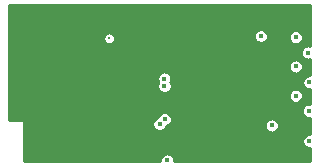
<source format=gbr>
G04 #@! TF.GenerationSoftware,KiCad,Pcbnew,(5.1.5-0-10_14)*
G04 #@! TF.CreationDate,2020-08-21T21:41:28-04:00*
G04 #@! TF.ProjectId,ESLO,45534c4f-2e6b-4696-9361-645f70636258,rev?*
G04 #@! TF.SameCoordinates,Original*
G04 #@! TF.FileFunction,Copper,L2,Inr*
G04 #@! TF.FilePolarity,Positive*
%FSLAX46Y46*%
G04 Gerber Fmt 4.6, Leading zero omitted, Abs format (unit mm)*
G04 Created by KiCad (PCBNEW (5.1.5-0-10_14)) date 2020-08-21 21:41:28*
%MOMM*%
%LPD*%
G04 APERTURE LIST*
%ADD10C,0.254000*%
%ADD11C,0.450000*%
%ADD12C,0.250000*%
G04 APERTURE END LIST*
D10*
X153600000Y-103200000D03*
D11*
X158500000Y-113525000D03*
X158300000Y-110024992D03*
X158275000Y-106600000D03*
X158278272Y-107239683D03*
X157864812Y-110463068D03*
X146800000Y-102800000D03*
D10*
X153600000Y-104200000D03*
D11*
X146800000Y-103800000D03*
X146800000Y-104800000D03*
X146800000Y-106400000D03*
X146800000Y-107400000D03*
X146800000Y-108400000D03*
X146800000Y-109400000D03*
X146800000Y-112400000D03*
X147800000Y-112400000D03*
X148800000Y-112400000D03*
X147700000Y-102200000D03*
X147700000Y-101200000D03*
X149800000Y-107400000D03*
X149800000Y-108400000D03*
X148800000Y-108400000D03*
X147800000Y-108400000D03*
X147800000Y-107400000D03*
X148800000Y-107400000D03*
X147600000Y-104400000D03*
X160266369Y-110962220D03*
X150725000Y-101150000D03*
X151700000Y-113300000D03*
X166450000Y-103000006D03*
X169400000Y-103100000D03*
X170425000Y-104400000D03*
X169400000Y-105575000D03*
X170550000Y-106925000D03*
X169400000Y-108050000D03*
X170500000Y-109325000D03*
X167370592Y-110573006D03*
X170550000Y-111900000D03*
D12*
G36*
X170600000Y-103823055D02*
G01*
X170484095Y-103800000D01*
X170365905Y-103800000D01*
X170249986Y-103823058D01*
X170140793Y-103868287D01*
X170042522Y-103933950D01*
X169958950Y-104017522D01*
X169893287Y-104115793D01*
X169848058Y-104224986D01*
X169825000Y-104340905D01*
X169825000Y-104459095D01*
X169848058Y-104575014D01*
X169893287Y-104684207D01*
X169958950Y-104782478D01*
X170042522Y-104866050D01*
X170140793Y-104931713D01*
X170249986Y-104976942D01*
X170365905Y-105000000D01*
X170484095Y-105000000D01*
X170600000Y-104976945D01*
X170600000Y-106325000D01*
X170490905Y-106325000D01*
X170374986Y-106348058D01*
X170265793Y-106393287D01*
X170167522Y-106458950D01*
X170083950Y-106542522D01*
X170018287Y-106640793D01*
X169973058Y-106749986D01*
X169950000Y-106865905D01*
X169950000Y-106984095D01*
X169973058Y-107100014D01*
X170018287Y-107209207D01*
X170083950Y-107307478D01*
X170167522Y-107391050D01*
X170265793Y-107456713D01*
X170374986Y-107501942D01*
X170490905Y-107525000D01*
X170600001Y-107525000D01*
X170600001Y-108733137D01*
X170559095Y-108725000D01*
X170440905Y-108725000D01*
X170324986Y-108748058D01*
X170215793Y-108793287D01*
X170117522Y-108858950D01*
X170033950Y-108942522D01*
X169968287Y-109040793D01*
X169923058Y-109149986D01*
X169900000Y-109265905D01*
X169900000Y-109384095D01*
X169923058Y-109500014D01*
X169968287Y-109609207D01*
X170033950Y-109707478D01*
X170117522Y-109791050D01*
X170215793Y-109856713D01*
X170324986Y-109901942D01*
X170440905Y-109925000D01*
X170559095Y-109925000D01*
X170600001Y-109916863D01*
X170600001Y-111300000D01*
X170490905Y-111300000D01*
X170374986Y-111323058D01*
X170265793Y-111368287D01*
X170167522Y-111433950D01*
X170083950Y-111517522D01*
X170018287Y-111615793D01*
X169973058Y-111724986D01*
X169950000Y-111840905D01*
X169950000Y-111959095D01*
X169973058Y-112075014D01*
X170018287Y-112184207D01*
X170083950Y-112282478D01*
X170167522Y-112366050D01*
X170265793Y-112431713D01*
X170374986Y-112476942D01*
X170490905Y-112500000D01*
X170600001Y-112500000D01*
X170600001Y-113600000D01*
X159096836Y-113600000D01*
X159100000Y-113584095D01*
X159100000Y-113465905D01*
X159076942Y-113349986D01*
X159031713Y-113240793D01*
X158966050Y-113142522D01*
X158882478Y-113058950D01*
X158784207Y-112993287D01*
X158675014Y-112948058D01*
X158559095Y-112925000D01*
X158440905Y-112925000D01*
X158324986Y-112948058D01*
X158215793Y-112993287D01*
X158117522Y-113058950D01*
X158033950Y-113142522D01*
X157968287Y-113240793D01*
X157923058Y-113349986D01*
X157900000Y-113465905D01*
X157900000Y-113584095D01*
X157903164Y-113600000D01*
X146375000Y-113600000D01*
X146375000Y-110403973D01*
X157264812Y-110403973D01*
X157264812Y-110522163D01*
X157287870Y-110638082D01*
X157333099Y-110747275D01*
X157398762Y-110845546D01*
X157482334Y-110929118D01*
X157580605Y-110994781D01*
X157689798Y-111040010D01*
X157805717Y-111063068D01*
X157923907Y-111063068D01*
X158039826Y-111040010D01*
X158149019Y-110994781D01*
X158247290Y-110929118D01*
X158330862Y-110845546D01*
X158396525Y-110747275D01*
X158441754Y-110638082D01*
X158447870Y-110607333D01*
X158475014Y-110601934D01*
X158584207Y-110556705D01*
X158648252Y-110513911D01*
X166770592Y-110513911D01*
X166770592Y-110632101D01*
X166793650Y-110748020D01*
X166838879Y-110857213D01*
X166904542Y-110955484D01*
X166988114Y-111039056D01*
X167086385Y-111104719D01*
X167195578Y-111149948D01*
X167311497Y-111173006D01*
X167429687Y-111173006D01*
X167545606Y-111149948D01*
X167654799Y-111104719D01*
X167753070Y-111039056D01*
X167836642Y-110955484D01*
X167902305Y-110857213D01*
X167947534Y-110748020D01*
X167970592Y-110632101D01*
X167970592Y-110513911D01*
X167947534Y-110397992D01*
X167902305Y-110288799D01*
X167836642Y-110190528D01*
X167753070Y-110106956D01*
X167654799Y-110041293D01*
X167545606Y-109996064D01*
X167429687Y-109973006D01*
X167311497Y-109973006D01*
X167195578Y-109996064D01*
X167086385Y-110041293D01*
X166988114Y-110106956D01*
X166904542Y-110190528D01*
X166838879Y-110288799D01*
X166793650Y-110397992D01*
X166770592Y-110513911D01*
X158648252Y-110513911D01*
X158682478Y-110491042D01*
X158766050Y-110407470D01*
X158831713Y-110309199D01*
X158876942Y-110200006D01*
X158900000Y-110084087D01*
X158900000Y-109965897D01*
X158876942Y-109849978D01*
X158831713Y-109740785D01*
X158766050Y-109642514D01*
X158682478Y-109558942D01*
X158584207Y-109493279D01*
X158475014Y-109448050D01*
X158359095Y-109424992D01*
X158240905Y-109424992D01*
X158124986Y-109448050D01*
X158015793Y-109493279D01*
X157917522Y-109558942D01*
X157833950Y-109642514D01*
X157768287Y-109740785D01*
X157723058Y-109849978D01*
X157716942Y-109880727D01*
X157689798Y-109886126D01*
X157580605Y-109931355D01*
X157482334Y-109997018D01*
X157398762Y-110080590D01*
X157333099Y-110178861D01*
X157287870Y-110288054D01*
X157264812Y-110403973D01*
X146375000Y-110403973D01*
X146375000Y-110250000D01*
X146372598Y-110225614D01*
X146365485Y-110202165D01*
X146353934Y-110180554D01*
X146338388Y-110161612D01*
X146319446Y-110146066D01*
X146297835Y-110134515D01*
X146274386Y-110127402D01*
X146250000Y-110125000D01*
X145125000Y-110125000D01*
X145125000Y-107990905D01*
X168800000Y-107990905D01*
X168800000Y-108109095D01*
X168823058Y-108225014D01*
X168868287Y-108334207D01*
X168933950Y-108432478D01*
X169017522Y-108516050D01*
X169115793Y-108581713D01*
X169224986Y-108626942D01*
X169340905Y-108650000D01*
X169459095Y-108650000D01*
X169575014Y-108626942D01*
X169684207Y-108581713D01*
X169782478Y-108516050D01*
X169866050Y-108432478D01*
X169931713Y-108334207D01*
X169976942Y-108225014D01*
X170000000Y-108109095D01*
X170000000Y-107990905D01*
X169976942Y-107874986D01*
X169931713Y-107765793D01*
X169866050Y-107667522D01*
X169782478Y-107583950D01*
X169684207Y-107518287D01*
X169575014Y-107473058D01*
X169459095Y-107450000D01*
X169340905Y-107450000D01*
X169224986Y-107473058D01*
X169115793Y-107518287D01*
X169017522Y-107583950D01*
X168933950Y-107667522D01*
X168868287Y-107765793D01*
X168823058Y-107874986D01*
X168800000Y-107990905D01*
X145125000Y-107990905D01*
X145125000Y-106540905D01*
X157675000Y-106540905D01*
X157675000Y-106659095D01*
X157698058Y-106775014D01*
X157743287Y-106884207D01*
X157768733Y-106922290D01*
X157746559Y-106955476D01*
X157701330Y-107064669D01*
X157678272Y-107180588D01*
X157678272Y-107298778D01*
X157701330Y-107414697D01*
X157746559Y-107523890D01*
X157812222Y-107622161D01*
X157895794Y-107705733D01*
X157994065Y-107771396D01*
X158103258Y-107816625D01*
X158219177Y-107839683D01*
X158337367Y-107839683D01*
X158453286Y-107816625D01*
X158562479Y-107771396D01*
X158660750Y-107705733D01*
X158744322Y-107622161D01*
X158809985Y-107523890D01*
X158855214Y-107414697D01*
X158878272Y-107298778D01*
X158878272Y-107180588D01*
X158855214Y-107064669D01*
X158809985Y-106955476D01*
X158784539Y-106917393D01*
X158806713Y-106884207D01*
X158851942Y-106775014D01*
X158875000Y-106659095D01*
X158875000Y-106540905D01*
X158851942Y-106424986D01*
X158806713Y-106315793D01*
X158741050Y-106217522D01*
X158657478Y-106133950D01*
X158559207Y-106068287D01*
X158450014Y-106023058D01*
X158334095Y-106000000D01*
X158215905Y-106000000D01*
X158099986Y-106023058D01*
X157990793Y-106068287D01*
X157892522Y-106133950D01*
X157808950Y-106217522D01*
X157743287Y-106315793D01*
X157698058Y-106424986D01*
X157675000Y-106540905D01*
X145125000Y-106540905D01*
X145125000Y-105515905D01*
X168800000Y-105515905D01*
X168800000Y-105634095D01*
X168823058Y-105750014D01*
X168868287Y-105859207D01*
X168933950Y-105957478D01*
X169017522Y-106041050D01*
X169115793Y-106106713D01*
X169224986Y-106151942D01*
X169340905Y-106175000D01*
X169459095Y-106175000D01*
X169575014Y-106151942D01*
X169684207Y-106106713D01*
X169782478Y-106041050D01*
X169866050Y-105957478D01*
X169931713Y-105859207D01*
X169976942Y-105750014D01*
X170000000Y-105634095D01*
X170000000Y-105515905D01*
X169976942Y-105399986D01*
X169931713Y-105290793D01*
X169866050Y-105192522D01*
X169782478Y-105108950D01*
X169684207Y-105043287D01*
X169575014Y-104998058D01*
X169459095Y-104975000D01*
X169340905Y-104975000D01*
X169224986Y-104998058D01*
X169115793Y-105043287D01*
X169017522Y-105108950D01*
X168933950Y-105192522D01*
X168868287Y-105290793D01*
X168823058Y-105399986D01*
X168800000Y-105515905D01*
X145125000Y-105515905D01*
X145125000Y-103150557D01*
X153098000Y-103150557D01*
X153098000Y-103249443D01*
X153117292Y-103346428D01*
X153155133Y-103437786D01*
X153210071Y-103520006D01*
X153279994Y-103589929D01*
X153362214Y-103644867D01*
X153453572Y-103682708D01*
X153550557Y-103702000D01*
X153649443Y-103702000D01*
X153746428Y-103682708D01*
X153837786Y-103644867D01*
X153920006Y-103589929D01*
X153989929Y-103520006D01*
X154044867Y-103437786D01*
X154082708Y-103346428D01*
X154102000Y-103249443D01*
X154102000Y-103150557D01*
X154082708Y-103053572D01*
X154044867Y-102962214D01*
X154030633Y-102940911D01*
X165850000Y-102940911D01*
X165850000Y-103059101D01*
X165873058Y-103175020D01*
X165918287Y-103284213D01*
X165983950Y-103382484D01*
X166067522Y-103466056D01*
X166165793Y-103531719D01*
X166274986Y-103576948D01*
X166390905Y-103600006D01*
X166509095Y-103600006D01*
X166625014Y-103576948D01*
X166734207Y-103531719D01*
X166832478Y-103466056D01*
X166916050Y-103382484D01*
X166981713Y-103284213D01*
X167026942Y-103175020D01*
X167050000Y-103059101D01*
X167050000Y-103040905D01*
X168800000Y-103040905D01*
X168800000Y-103159095D01*
X168823058Y-103275014D01*
X168868287Y-103384207D01*
X168933950Y-103482478D01*
X169017522Y-103566050D01*
X169115793Y-103631713D01*
X169224986Y-103676942D01*
X169340905Y-103700000D01*
X169459095Y-103700000D01*
X169575014Y-103676942D01*
X169684207Y-103631713D01*
X169782478Y-103566050D01*
X169866050Y-103482478D01*
X169931713Y-103384207D01*
X169976942Y-103275014D01*
X170000000Y-103159095D01*
X170000000Y-103040905D01*
X169976942Y-102924986D01*
X169931713Y-102815793D01*
X169866050Y-102717522D01*
X169782478Y-102633950D01*
X169684207Y-102568287D01*
X169575014Y-102523058D01*
X169459095Y-102500000D01*
X169340905Y-102500000D01*
X169224986Y-102523058D01*
X169115793Y-102568287D01*
X169017522Y-102633950D01*
X168933950Y-102717522D01*
X168868287Y-102815793D01*
X168823058Y-102924986D01*
X168800000Y-103040905D01*
X167050000Y-103040905D01*
X167050000Y-102940911D01*
X167026942Y-102824992D01*
X166981713Y-102715799D01*
X166916050Y-102617528D01*
X166832478Y-102533956D01*
X166734207Y-102468293D01*
X166625014Y-102423064D01*
X166509095Y-102400006D01*
X166390905Y-102400006D01*
X166274986Y-102423064D01*
X166165793Y-102468293D01*
X166067522Y-102533956D01*
X165983950Y-102617528D01*
X165918287Y-102715799D01*
X165873058Y-102824992D01*
X165850000Y-102940911D01*
X154030633Y-102940911D01*
X153989929Y-102879994D01*
X153920006Y-102810071D01*
X153837786Y-102755133D01*
X153746428Y-102717292D01*
X153649443Y-102698000D01*
X153550557Y-102698000D01*
X153453572Y-102717292D01*
X153362214Y-102755133D01*
X153279994Y-102810071D01*
X153210071Y-102879994D01*
X153155133Y-102962214D01*
X153117292Y-103053572D01*
X153098000Y-103150557D01*
X145125000Y-103150557D01*
X145125000Y-100400000D01*
X170600000Y-100400000D01*
X170600000Y-103823055D01*
G37*
X170600000Y-103823055D02*
X170484095Y-103800000D01*
X170365905Y-103800000D01*
X170249986Y-103823058D01*
X170140793Y-103868287D01*
X170042522Y-103933950D01*
X169958950Y-104017522D01*
X169893287Y-104115793D01*
X169848058Y-104224986D01*
X169825000Y-104340905D01*
X169825000Y-104459095D01*
X169848058Y-104575014D01*
X169893287Y-104684207D01*
X169958950Y-104782478D01*
X170042522Y-104866050D01*
X170140793Y-104931713D01*
X170249986Y-104976942D01*
X170365905Y-105000000D01*
X170484095Y-105000000D01*
X170600000Y-104976945D01*
X170600000Y-106325000D01*
X170490905Y-106325000D01*
X170374986Y-106348058D01*
X170265793Y-106393287D01*
X170167522Y-106458950D01*
X170083950Y-106542522D01*
X170018287Y-106640793D01*
X169973058Y-106749986D01*
X169950000Y-106865905D01*
X169950000Y-106984095D01*
X169973058Y-107100014D01*
X170018287Y-107209207D01*
X170083950Y-107307478D01*
X170167522Y-107391050D01*
X170265793Y-107456713D01*
X170374986Y-107501942D01*
X170490905Y-107525000D01*
X170600001Y-107525000D01*
X170600001Y-108733137D01*
X170559095Y-108725000D01*
X170440905Y-108725000D01*
X170324986Y-108748058D01*
X170215793Y-108793287D01*
X170117522Y-108858950D01*
X170033950Y-108942522D01*
X169968287Y-109040793D01*
X169923058Y-109149986D01*
X169900000Y-109265905D01*
X169900000Y-109384095D01*
X169923058Y-109500014D01*
X169968287Y-109609207D01*
X170033950Y-109707478D01*
X170117522Y-109791050D01*
X170215793Y-109856713D01*
X170324986Y-109901942D01*
X170440905Y-109925000D01*
X170559095Y-109925000D01*
X170600001Y-109916863D01*
X170600001Y-111300000D01*
X170490905Y-111300000D01*
X170374986Y-111323058D01*
X170265793Y-111368287D01*
X170167522Y-111433950D01*
X170083950Y-111517522D01*
X170018287Y-111615793D01*
X169973058Y-111724986D01*
X169950000Y-111840905D01*
X169950000Y-111959095D01*
X169973058Y-112075014D01*
X170018287Y-112184207D01*
X170083950Y-112282478D01*
X170167522Y-112366050D01*
X170265793Y-112431713D01*
X170374986Y-112476942D01*
X170490905Y-112500000D01*
X170600001Y-112500000D01*
X170600001Y-113600000D01*
X159096836Y-113600000D01*
X159100000Y-113584095D01*
X159100000Y-113465905D01*
X159076942Y-113349986D01*
X159031713Y-113240793D01*
X158966050Y-113142522D01*
X158882478Y-113058950D01*
X158784207Y-112993287D01*
X158675014Y-112948058D01*
X158559095Y-112925000D01*
X158440905Y-112925000D01*
X158324986Y-112948058D01*
X158215793Y-112993287D01*
X158117522Y-113058950D01*
X158033950Y-113142522D01*
X157968287Y-113240793D01*
X157923058Y-113349986D01*
X157900000Y-113465905D01*
X157900000Y-113584095D01*
X157903164Y-113600000D01*
X146375000Y-113600000D01*
X146375000Y-110403973D01*
X157264812Y-110403973D01*
X157264812Y-110522163D01*
X157287870Y-110638082D01*
X157333099Y-110747275D01*
X157398762Y-110845546D01*
X157482334Y-110929118D01*
X157580605Y-110994781D01*
X157689798Y-111040010D01*
X157805717Y-111063068D01*
X157923907Y-111063068D01*
X158039826Y-111040010D01*
X158149019Y-110994781D01*
X158247290Y-110929118D01*
X158330862Y-110845546D01*
X158396525Y-110747275D01*
X158441754Y-110638082D01*
X158447870Y-110607333D01*
X158475014Y-110601934D01*
X158584207Y-110556705D01*
X158648252Y-110513911D01*
X166770592Y-110513911D01*
X166770592Y-110632101D01*
X166793650Y-110748020D01*
X166838879Y-110857213D01*
X166904542Y-110955484D01*
X166988114Y-111039056D01*
X167086385Y-111104719D01*
X167195578Y-111149948D01*
X167311497Y-111173006D01*
X167429687Y-111173006D01*
X167545606Y-111149948D01*
X167654799Y-111104719D01*
X167753070Y-111039056D01*
X167836642Y-110955484D01*
X167902305Y-110857213D01*
X167947534Y-110748020D01*
X167970592Y-110632101D01*
X167970592Y-110513911D01*
X167947534Y-110397992D01*
X167902305Y-110288799D01*
X167836642Y-110190528D01*
X167753070Y-110106956D01*
X167654799Y-110041293D01*
X167545606Y-109996064D01*
X167429687Y-109973006D01*
X167311497Y-109973006D01*
X167195578Y-109996064D01*
X167086385Y-110041293D01*
X166988114Y-110106956D01*
X166904542Y-110190528D01*
X166838879Y-110288799D01*
X166793650Y-110397992D01*
X166770592Y-110513911D01*
X158648252Y-110513911D01*
X158682478Y-110491042D01*
X158766050Y-110407470D01*
X158831713Y-110309199D01*
X158876942Y-110200006D01*
X158900000Y-110084087D01*
X158900000Y-109965897D01*
X158876942Y-109849978D01*
X158831713Y-109740785D01*
X158766050Y-109642514D01*
X158682478Y-109558942D01*
X158584207Y-109493279D01*
X158475014Y-109448050D01*
X158359095Y-109424992D01*
X158240905Y-109424992D01*
X158124986Y-109448050D01*
X158015793Y-109493279D01*
X157917522Y-109558942D01*
X157833950Y-109642514D01*
X157768287Y-109740785D01*
X157723058Y-109849978D01*
X157716942Y-109880727D01*
X157689798Y-109886126D01*
X157580605Y-109931355D01*
X157482334Y-109997018D01*
X157398762Y-110080590D01*
X157333099Y-110178861D01*
X157287870Y-110288054D01*
X157264812Y-110403973D01*
X146375000Y-110403973D01*
X146375000Y-110250000D01*
X146372598Y-110225614D01*
X146365485Y-110202165D01*
X146353934Y-110180554D01*
X146338388Y-110161612D01*
X146319446Y-110146066D01*
X146297835Y-110134515D01*
X146274386Y-110127402D01*
X146250000Y-110125000D01*
X145125000Y-110125000D01*
X145125000Y-107990905D01*
X168800000Y-107990905D01*
X168800000Y-108109095D01*
X168823058Y-108225014D01*
X168868287Y-108334207D01*
X168933950Y-108432478D01*
X169017522Y-108516050D01*
X169115793Y-108581713D01*
X169224986Y-108626942D01*
X169340905Y-108650000D01*
X169459095Y-108650000D01*
X169575014Y-108626942D01*
X169684207Y-108581713D01*
X169782478Y-108516050D01*
X169866050Y-108432478D01*
X169931713Y-108334207D01*
X169976942Y-108225014D01*
X170000000Y-108109095D01*
X170000000Y-107990905D01*
X169976942Y-107874986D01*
X169931713Y-107765793D01*
X169866050Y-107667522D01*
X169782478Y-107583950D01*
X169684207Y-107518287D01*
X169575014Y-107473058D01*
X169459095Y-107450000D01*
X169340905Y-107450000D01*
X169224986Y-107473058D01*
X169115793Y-107518287D01*
X169017522Y-107583950D01*
X168933950Y-107667522D01*
X168868287Y-107765793D01*
X168823058Y-107874986D01*
X168800000Y-107990905D01*
X145125000Y-107990905D01*
X145125000Y-106540905D01*
X157675000Y-106540905D01*
X157675000Y-106659095D01*
X157698058Y-106775014D01*
X157743287Y-106884207D01*
X157768733Y-106922290D01*
X157746559Y-106955476D01*
X157701330Y-107064669D01*
X157678272Y-107180588D01*
X157678272Y-107298778D01*
X157701330Y-107414697D01*
X157746559Y-107523890D01*
X157812222Y-107622161D01*
X157895794Y-107705733D01*
X157994065Y-107771396D01*
X158103258Y-107816625D01*
X158219177Y-107839683D01*
X158337367Y-107839683D01*
X158453286Y-107816625D01*
X158562479Y-107771396D01*
X158660750Y-107705733D01*
X158744322Y-107622161D01*
X158809985Y-107523890D01*
X158855214Y-107414697D01*
X158878272Y-107298778D01*
X158878272Y-107180588D01*
X158855214Y-107064669D01*
X158809985Y-106955476D01*
X158784539Y-106917393D01*
X158806713Y-106884207D01*
X158851942Y-106775014D01*
X158875000Y-106659095D01*
X158875000Y-106540905D01*
X158851942Y-106424986D01*
X158806713Y-106315793D01*
X158741050Y-106217522D01*
X158657478Y-106133950D01*
X158559207Y-106068287D01*
X158450014Y-106023058D01*
X158334095Y-106000000D01*
X158215905Y-106000000D01*
X158099986Y-106023058D01*
X157990793Y-106068287D01*
X157892522Y-106133950D01*
X157808950Y-106217522D01*
X157743287Y-106315793D01*
X157698058Y-106424986D01*
X157675000Y-106540905D01*
X145125000Y-106540905D01*
X145125000Y-105515905D01*
X168800000Y-105515905D01*
X168800000Y-105634095D01*
X168823058Y-105750014D01*
X168868287Y-105859207D01*
X168933950Y-105957478D01*
X169017522Y-106041050D01*
X169115793Y-106106713D01*
X169224986Y-106151942D01*
X169340905Y-106175000D01*
X169459095Y-106175000D01*
X169575014Y-106151942D01*
X169684207Y-106106713D01*
X169782478Y-106041050D01*
X169866050Y-105957478D01*
X169931713Y-105859207D01*
X169976942Y-105750014D01*
X170000000Y-105634095D01*
X170000000Y-105515905D01*
X169976942Y-105399986D01*
X169931713Y-105290793D01*
X169866050Y-105192522D01*
X169782478Y-105108950D01*
X169684207Y-105043287D01*
X169575014Y-104998058D01*
X169459095Y-104975000D01*
X169340905Y-104975000D01*
X169224986Y-104998058D01*
X169115793Y-105043287D01*
X169017522Y-105108950D01*
X168933950Y-105192522D01*
X168868287Y-105290793D01*
X168823058Y-105399986D01*
X168800000Y-105515905D01*
X145125000Y-105515905D01*
X145125000Y-103150557D01*
X153098000Y-103150557D01*
X153098000Y-103249443D01*
X153117292Y-103346428D01*
X153155133Y-103437786D01*
X153210071Y-103520006D01*
X153279994Y-103589929D01*
X153362214Y-103644867D01*
X153453572Y-103682708D01*
X153550557Y-103702000D01*
X153649443Y-103702000D01*
X153746428Y-103682708D01*
X153837786Y-103644867D01*
X153920006Y-103589929D01*
X153989929Y-103520006D01*
X154044867Y-103437786D01*
X154082708Y-103346428D01*
X154102000Y-103249443D01*
X154102000Y-103150557D01*
X154082708Y-103053572D01*
X154044867Y-102962214D01*
X154030633Y-102940911D01*
X165850000Y-102940911D01*
X165850000Y-103059101D01*
X165873058Y-103175020D01*
X165918287Y-103284213D01*
X165983950Y-103382484D01*
X166067522Y-103466056D01*
X166165793Y-103531719D01*
X166274986Y-103576948D01*
X166390905Y-103600006D01*
X166509095Y-103600006D01*
X166625014Y-103576948D01*
X166734207Y-103531719D01*
X166832478Y-103466056D01*
X166916050Y-103382484D01*
X166981713Y-103284213D01*
X167026942Y-103175020D01*
X167050000Y-103059101D01*
X167050000Y-103040905D01*
X168800000Y-103040905D01*
X168800000Y-103159095D01*
X168823058Y-103275014D01*
X168868287Y-103384207D01*
X168933950Y-103482478D01*
X169017522Y-103566050D01*
X169115793Y-103631713D01*
X169224986Y-103676942D01*
X169340905Y-103700000D01*
X169459095Y-103700000D01*
X169575014Y-103676942D01*
X169684207Y-103631713D01*
X169782478Y-103566050D01*
X169866050Y-103482478D01*
X169931713Y-103384207D01*
X169976942Y-103275014D01*
X170000000Y-103159095D01*
X170000000Y-103040905D01*
X169976942Y-102924986D01*
X169931713Y-102815793D01*
X169866050Y-102717522D01*
X169782478Y-102633950D01*
X169684207Y-102568287D01*
X169575014Y-102523058D01*
X169459095Y-102500000D01*
X169340905Y-102500000D01*
X169224986Y-102523058D01*
X169115793Y-102568287D01*
X169017522Y-102633950D01*
X168933950Y-102717522D01*
X168868287Y-102815793D01*
X168823058Y-102924986D01*
X168800000Y-103040905D01*
X167050000Y-103040905D01*
X167050000Y-102940911D01*
X167026942Y-102824992D01*
X166981713Y-102715799D01*
X166916050Y-102617528D01*
X166832478Y-102533956D01*
X166734207Y-102468293D01*
X166625014Y-102423064D01*
X166509095Y-102400006D01*
X166390905Y-102400006D01*
X166274986Y-102423064D01*
X166165793Y-102468293D01*
X166067522Y-102533956D01*
X165983950Y-102617528D01*
X165918287Y-102715799D01*
X165873058Y-102824992D01*
X165850000Y-102940911D01*
X154030633Y-102940911D01*
X153989929Y-102879994D01*
X153920006Y-102810071D01*
X153837786Y-102755133D01*
X153746428Y-102717292D01*
X153649443Y-102698000D01*
X153550557Y-102698000D01*
X153453572Y-102717292D01*
X153362214Y-102755133D01*
X153279994Y-102810071D01*
X153210071Y-102879994D01*
X153155133Y-102962214D01*
X153117292Y-103053572D01*
X153098000Y-103150557D01*
X145125000Y-103150557D01*
X145125000Y-100400000D01*
X170600000Y-100400000D01*
X170600000Y-103823055D01*
M02*

</source>
